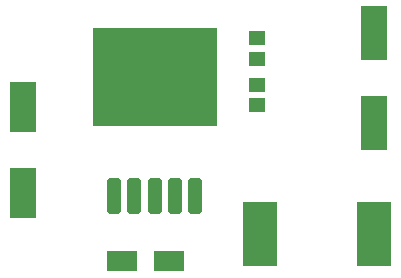
<source format=gtp>
G04*
G04 #@! TF.GenerationSoftware,Altium Limited,Altium Designer,22.3.1 (43)*
G04*
G04 Layer_Color=8421504*
%FSLAX25Y25*%
%MOIN*%
G70*
G04*
G04 #@! TF.SameCoordinates,05F4E2DF-3ACD-4F1C-B615-966E0BC44E0A*
G04*
G04*
G04 #@! TF.FilePolarity,Positive*
G04*
G01*
G75*
%ADD12R,0.08661X0.16535*%
%ADD13R,0.05315X0.04528*%
%ADD14R,0.41299X0.32992*%
G04:AMPARAMS|DCode=15|XSize=47.24mil|YSize=120.08mil|CornerRadius=11.81mil|HoleSize=0mil|Usage=FLASHONLY|Rotation=0.000|XOffset=0mil|YOffset=0mil|HoleType=Round|Shape=RoundedRectangle|*
%AMROUNDEDRECTD15*
21,1,0.04724,0.09646,0,0,0.0*
21,1,0.02362,0.12008,0,0,0.0*
1,1,0.02362,0.01181,-0.04823*
1,1,0.02362,-0.01181,-0.04823*
1,1,0.02362,-0.01181,0.04823*
1,1,0.02362,0.01181,0.04823*
%
%ADD15ROUNDEDRECTD15*%
%ADD16R,0.09055X0.17913*%
%ADD17R,0.09843X0.06693*%
%ADD18R,0.11417X0.21260*%
D12*
X351000Y264630D02*
D03*
Y293370D02*
D03*
D13*
X429000Y316445D02*
D03*
Y309555D02*
D03*
Y300890D02*
D03*
Y294000D02*
D03*
D14*
X395000Y303500D02*
D03*
D15*
X381598Y263913D02*
D03*
X388299D02*
D03*
X401701D02*
D03*
X408402D02*
D03*
X395000D02*
D03*
D16*
X468000Y288039D02*
D03*
Y317961D02*
D03*
D17*
X399874Y242000D02*
D03*
X384126D02*
D03*
D18*
X468189Y251000D02*
D03*
X430000D02*
D03*
M02*

</source>
